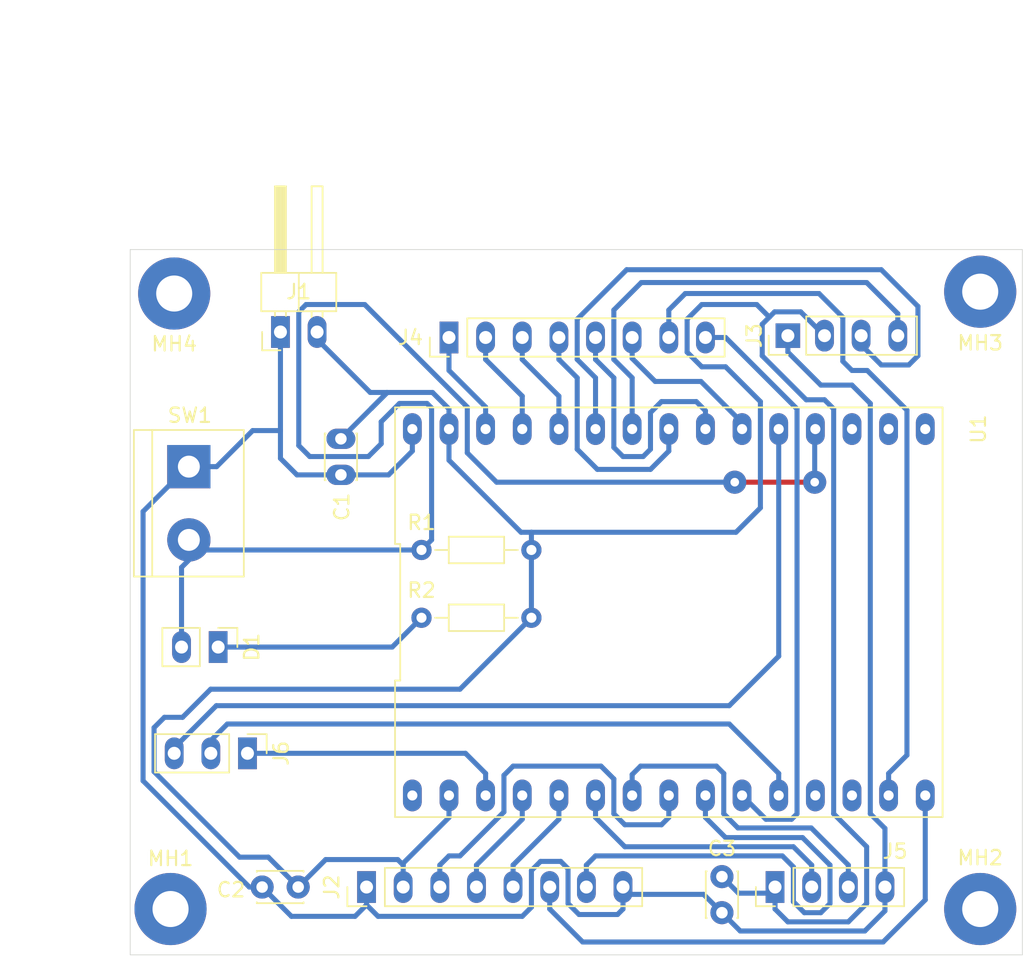
<source format=kicad_pcb>
(kicad_pcb (version 20171130) (host pcbnew "(5.1.10)-1")

  (general
    (thickness 1.6)
    (drawings 16)
    (tracks 265)
    (zones 0)
    (modules 18)
    (nets 31)
  )

  (page A4)
  (layers
    (0 F.Cu signal)
    (31 B.Cu signal)
    (32 B.Adhes user)
    (33 F.Adhes user)
    (34 B.Paste user)
    (35 F.Paste user)
    (36 B.SilkS user)
    (37 F.SilkS user)
    (38 B.Mask user)
    (39 F.Mask user)
    (40 Dwgs.User user)
    (41 Cmts.User user)
    (42 Eco1.User user)
    (43 Eco2.User user)
    (44 Edge.Cuts user)
    (45 Margin user)
    (46 B.CrtYd user)
    (47 F.CrtYd user)
    (48 B.Fab user)
    (49 F.Fab user)
  )

  (setup
    (last_trace_width 0.35)
    (trace_clearance 0.25)
    (zone_clearance 0.508)
    (zone_45_only no)
    (trace_min 0.3)
    (via_size 1.6)
    (via_drill 0.6)
    (via_min_size 0.4)
    (via_min_drill 0.3)
    (uvia_size 0.3)
    (uvia_drill 0.1)
    (uvias_allowed no)
    (uvia_min_size 0.2)
    (uvia_min_drill 0.1)
    (edge_width 0.05)
    (segment_width 0.2)
    (pcb_text_width 0.3)
    (pcb_text_size 1.5 1.5)
    (mod_edge_width 0.12)
    (mod_text_size 1 1)
    (mod_text_width 0.15)
    (pad_size 1.4 2)
    (pad_drill 0.8)
    (pad_to_mask_clearance 0)
    (aux_axis_origin 112.903 121.0945)
    (visible_elements 7FFFFFFF)
    (pcbplotparams
      (layerselection 0x21020_fffffffe)
      (usegerberextensions false)
      (usegerberattributes true)
      (usegerberadvancedattributes true)
      (creategerberjobfile true)
      (excludeedgelayer true)
      (linewidth 0.100000)
      (plotframeref false)
      (viasonmask false)
      (mode 1)
      (useauxorigin true)
      (hpglpennumber 1)
      (hpglpenspeed 20)
      (hpglpendiameter 15.000000)
      (psnegative false)
      (psa4output false)
      (plotreference true)
      (plotvalue true)
      (plotinvisibletext false)
      (padsonsilk false)
      (subtractmaskfromsilk false)
      (outputformat 1)
      (mirror false)
      (drillshape 0)
      (scaleselection 1)
      (outputdirectory ""))
  )

  (net 0 "")
  (net 1 SW_Start)
  (net 2 "Net-(D1-Pad1)")
  (net 3 GND)
  (net 4 +5VA)
  (net 5 SCK)
  (net 6 SDA)
  (net 7 A0)
  (net 8 RST)
  (net 9 CS)
  (net 10 STOP)
  (net 11 START)
  (net 12 COL4)
  (net 13 COL3)
  (net 14 COL2)
  (net 15 COL1)
  (net 16 ROW4)
  (net 17 ROW3)
  (net 18 ROW2)
  (net 19 ROW1)
  (net 20 TX)
  (net 21 RX)
  (net 22 EXT_D35)
  (net 23 EXT_D21)
  (net 24 EXT_D15)
  (net 25 "Net-(U1-Pad16)")
  (net 26 "Net-(U1-Pad17)")
  (net 27 "Net-(U1-Pad13)")
  (net 28 "Net-(U1-Pad18)")
  (net 29 "Net-(U1-Pad12)")
  (net 30 "Net-(U1-Pad1)")

  (net_class Default "This is the default net class."
    (clearance 0.25)
    (trace_width 0.35)
    (via_dia 1.6)
    (via_drill 0.6)
    (uvia_dia 0.3)
    (uvia_drill 0.1)
    (diff_pair_width 0.3)
    (diff_pair_gap 0.25)
    (add_net +5VA)
    (add_net A0)
    (add_net COL1)
    (add_net COL2)
    (add_net COL3)
    (add_net COL4)
    (add_net CS)
    (add_net EXT_D15)
    (add_net EXT_D21)
    (add_net EXT_D35)
    (add_net GND)
    (add_net "Net-(D1-Pad1)")
    (add_net "Net-(U1-Pad1)")
    (add_net "Net-(U1-Pad12)")
    (add_net "Net-(U1-Pad13)")
    (add_net "Net-(U1-Pad16)")
    (add_net "Net-(U1-Pad17)")
    (add_net "Net-(U1-Pad18)")
    (add_net ROW1)
    (add_net ROW2)
    (add_net ROW3)
    (add_net ROW4)
    (add_net RST)
    (add_net RX)
    (add_net SCK)
    (add_net SDA)
    (add_net START)
    (add_net STOP)
    (add_net SW_Start)
    (add_net TX)
  )

  (module Capacitor_THT:C_Disc_D3.0mm_W2.0mm_P2.50mm (layer F.Cu) (tedit 5AE50EF0) (tstamp 6132FF2A)
    (at 154.305 117.729 90)
    (descr "C, Disc series, Radial, pin pitch=2.50mm, , diameter*width=3*2mm^2, Capacitor")
    (tags "C Disc series Radial pin pitch 2.50mm  diameter 3mm width 2mm Capacitor")
    (path /6136F286)
    (fp_text reference C3 (at 4.445 0 180) (layer F.SilkS)
      (effects (font (size 1 1) (thickness 0.15)))
    )
    (fp_text value 1uF (at 0.8255 -2.032 90) (layer F.Fab)
      (effects (font (size 1 1) (thickness 0.15)))
    )
    (fp_line (start 3.55 -1.25) (end -1.05 -1.25) (layer F.CrtYd) (width 0.05))
    (fp_line (start 3.55 1.25) (end 3.55 -1.25) (layer F.CrtYd) (width 0.05))
    (fp_line (start -1.05 1.25) (end 3.55 1.25) (layer F.CrtYd) (width 0.05))
    (fp_line (start -1.05 -1.25) (end -1.05 1.25) (layer F.CrtYd) (width 0.05))
    (fp_line (start 2.87 1.055) (end 2.87 1.12) (layer F.SilkS) (width 0.12))
    (fp_line (start 2.87 -1.12) (end 2.87 -1.055) (layer F.SilkS) (width 0.12))
    (fp_line (start -0.37 1.055) (end -0.37 1.12) (layer F.SilkS) (width 0.12))
    (fp_line (start -0.37 -1.12) (end -0.37 -1.055) (layer F.SilkS) (width 0.12))
    (fp_line (start -0.37 1.12) (end 2.87 1.12) (layer F.SilkS) (width 0.12))
    (fp_line (start -0.37 -1.12) (end 2.87 -1.12) (layer F.SilkS) (width 0.12))
    (fp_line (start 2.75 -1) (end -0.25 -1) (layer F.Fab) (width 0.1))
    (fp_line (start 2.75 1) (end 2.75 -1) (layer F.Fab) (width 0.1))
    (fp_line (start -0.25 1) (end 2.75 1) (layer F.Fab) (width 0.1))
    (fp_line (start -0.25 -1) (end -0.25 1) (layer F.Fab) (width 0.1))
    (fp_text user %R (at 4.445 0 180) (layer F.Fab)
      (effects (font (size 1 1) (thickness 0.15)))
    )
    (pad 2 thru_hole circle (at 2.5 0 90) (size 1.6 1.6) (drill 0.8) (layers *.Cu *.Mask)
      (net 3 GND))
    (pad 1 thru_hole circle (at 0 0 90) (size 1.6 1.6) (drill 0.8) (layers *.Cu *.Mask)
      (net 4 +5VA))
    (model ${KISYS3DMOD}/Capacitor_THT.3dshapes/C_Disc_D3.0mm_W2.0mm_P2.50mm.wrl
      (at (xyz 0 0 0))
      (scale (xyz 1 1 1))
      (rotate (xyz 0 0 0))
    )
  )

  (module Capacitor_THT:C_Disc_D3.0mm_W2.0mm_P2.50mm (layer F.Cu) (tedit 5AE50EF0) (tstamp 6132FE81)
    (at 122.428 115.951)
    (descr "C, Disc series, Radial, pin pitch=2.50mm, , diameter*width=3*2mm^2, Capacitor")
    (tags "C Disc series Radial pin pitch 2.50mm  diameter 3mm width 2mm Capacitor")
    (path /613477AB)
    (fp_text reference C2 (at -2.159 0.1905) (layer F.SilkS)
      (effects (font (size 1 1) (thickness 0.15)))
    )
    (fp_text value 1uF (at 1.27 -2.0955) (layer F.Fab)
      (effects (font (size 1 1) (thickness 0.15)))
    )
    (fp_line (start 3.55 -1.25) (end -1.05 -1.25) (layer F.CrtYd) (width 0.05))
    (fp_line (start 3.55 1.25) (end 3.55 -1.25) (layer F.CrtYd) (width 0.05))
    (fp_line (start -1.05 1.25) (end 3.55 1.25) (layer F.CrtYd) (width 0.05))
    (fp_line (start -1.05 -1.25) (end -1.05 1.25) (layer F.CrtYd) (width 0.05))
    (fp_line (start 2.87 1.055) (end 2.87 1.12) (layer F.SilkS) (width 0.12))
    (fp_line (start 2.87 -1.12) (end 2.87 -1.055) (layer F.SilkS) (width 0.12))
    (fp_line (start -0.37 1.055) (end -0.37 1.12) (layer F.SilkS) (width 0.12))
    (fp_line (start -0.37 -1.12) (end -0.37 -1.055) (layer F.SilkS) (width 0.12))
    (fp_line (start -0.37 1.12) (end 2.87 1.12) (layer F.SilkS) (width 0.12))
    (fp_line (start -0.37 -1.12) (end 2.87 -1.12) (layer F.SilkS) (width 0.12))
    (fp_line (start 2.75 -1) (end -0.25 -1) (layer F.Fab) (width 0.1))
    (fp_line (start 2.75 1) (end 2.75 -1) (layer F.Fab) (width 0.1))
    (fp_line (start -0.25 1) (end 2.75 1) (layer F.Fab) (width 0.1))
    (fp_line (start -0.25 -1) (end -0.25 1) (layer F.Fab) (width 0.1))
    (fp_text user %R (at -2.159 0.1905) (layer F.Fab)
      (effects (font (size 1 1) (thickness 0.15)))
    )
    (pad 2 thru_hole circle (at 2.5 0) (size 1.6 1.6) (drill 0.8) (layers *.Cu *.Mask)
      (net 3 GND))
    (pad 1 thru_hole circle (at 0 0) (size 1.6 1.6) (drill 0.8) (layers *.Cu *.Mask)
      (net 4 +5VA))
    (model ${KISYS3DMOD}/Capacitor_THT.3dshapes/C_Disc_D3.0mm_W2.0mm_P2.50mm.wrl
      (at (xyz 0 0 0))
      (scale (xyz 1 1 1))
      (rotate (xyz 0 0 0))
    )
  )

  (module Capacitor_THT:C_Disc_D3.0mm_W2.0mm_P2.50mm (layer F.Cu) (tedit 61393DA2) (tstamp 613315FF)
    (at 127.889 87.376 90)
    (descr "C, Disc series, Radial, pin pitch=2.50mm, , diameter*width=3*2mm^2, Capacitor")
    (tags "C Disc series Radial pin pitch 2.50mm  diameter 3mm width 2mm Capacitor")
    (path /61332822)
    (fp_text reference C1 (at -2.2225 0.0635 90) (layer F.SilkS)
      (effects (font (size 1 1) (thickness 0.15)))
    )
    (fp_text value 1uF (at 1.016 -1.9685 90) (layer F.Fab)
      (effects (font (size 1 1) (thickness 0.15)))
    )
    (fp_line (start 3.55 -1.25) (end -1.05 -1.25) (layer F.CrtYd) (width 0.05))
    (fp_line (start 3.55 1.25) (end 3.55 -1.25) (layer F.CrtYd) (width 0.05))
    (fp_line (start -1.05 1.25) (end 3.55 1.25) (layer F.CrtYd) (width 0.05))
    (fp_line (start -1.05 -1.25) (end -1.05 1.25) (layer F.CrtYd) (width 0.05))
    (fp_line (start 2.87 1.055) (end 2.87 1.12) (layer F.SilkS) (width 0.12))
    (fp_line (start 2.87 -1.12) (end 2.87 -1.055) (layer F.SilkS) (width 0.12))
    (fp_line (start -0.37 1.055) (end -0.37 1.12) (layer F.SilkS) (width 0.12))
    (fp_line (start -0.37 -1.12) (end -0.37 -1.055) (layer F.SilkS) (width 0.12))
    (fp_line (start -0.37 1.12) (end 2.87 1.12) (layer F.SilkS) (width 0.12))
    (fp_line (start -0.37 -1.12) (end 2.87 -1.12) (layer F.SilkS) (width 0.12))
    (fp_line (start 2.75 -1) (end -0.25 -1) (layer F.Fab) (width 0.1))
    (fp_line (start 2.75 1) (end 2.75 -1) (layer F.Fab) (width 0.1))
    (fp_line (start -0.25 1) (end 2.75 1) (layer F.Fab) (width 0.1))
    (fp_line (start -0.25 -1) (end -0.25 1) (layer F.Fab) (width 0.1))
    (fp_text user %R (at -2.2225 0.0635 90) (layer F.Fab)
      (effects (font (size 1 1) (thickness 0.15)))
    )
    (pad 2 thru_hole oval (at 2.5 0 90) (size 1.4 2) (drill 0.8) (layers *.Cu *.Mask)
      (net 3 GND))
    (pad 1 thru_hole oval (at 0 0 90) (size 1.4 2) (drill 0.8) (layers *.Cu *.Mask)
      (net 4 +5VA))
    (model ${KISYS3DMOD}/Capacitor_THT.3dshapes/C_Disc_D3.0mm_W2.0mm_P2.50mm.wrl
      (at (xyz 0 0 0))
      (scale (xyz 1 1 1))
      (rotate (xyz 0 0 0))
    )
  )

  (module MountingHole:MountingHole_2.5mm_Pad (layer F.Cu) (tedit 56D1B4CB) (tstamp 61318D48)
    (at 172.212 74.676)
    (descr "Mounting Hole 2.5mm")
    (tags "mounting hole 2.5mm")
    (attr virtual)
    (fp_text reference MH3 (at 0 3.556) (layer F.SilkS)
      (effects (font (size 1 1) (thickness 0.15)))
    )
    (fp_text value MH3 (at 0 3.556) (layer F.Fab)
      (effects (font (size 1 1) (thickness 0.15)))
    )
    (fp_circle (center 0 0) (end 2.5 0) (layer Cmts.User) (width 0.15))
    (fp_circle (center 0 0) (end 2.75 0) (layer F.CrtYd) (width 0.05))
    (fp_text user %R (at 0 3.556) (layer F.Fab)
      (effects (font (size 1 1) (thickness 0.15)))
    )
    (pad 1 thru_hole circle (at 0 0) (size 5 5) (drill 2.5) (layers *.Cu *.Mask))
  )

  (module MountingHole:MountingHole_2.5mm_Pad (layer F.Cu) (tedit 56D1B4CB) (tstamp 61318CD0)
    (at 116.332 74.803)
    (descr "Mounting Hole 2.5mm")
    (tags "mounting hole 2.5mm")
    (attr virtual)
    (fp_text reference MH4 (at 0 3.4925) (layer F.SilkS)
      (effects (font (size 1 1) (thickness 0.15)))
    )
    (fp_text value MH4 (at 0 3.5) (layer F.Fab)
      (effects (font (size 1 1) (thickness 0.15)))
    )
    (fp_circle (center 0 0) (end 2.75 0) (layer F.CrtYd) (width 0.05))
    (fp_circle (center 0 0) (end 2.5 0) (layer Cmts.User) (width 0.15))
    (fp_text user %R (at 0 3.556) (layer F.Fab)
      (effects (font (size 1 1) (thickness 0.15)))
    )
    (pad 1 thru_hole circle (at 0 0) (size 5 5) (drill 2.5) (layers *.Cu *.Mask))
  )

  (module MountingHole:MountingHole_2.5mm_Pad (layer F.Cu) (tedit 56D1B4CB) (tstamp 61318C71)
    (at 172.212 117.475)
    (descr "Mounting Hole 2.5mm")
    (tags "mounting hole 2.5mm")
    (attr virtual)
    (fp_text reference MH2 (at 0 -3.556) (layer F.SilkS)
      (effects (font (size 1 1) (thickness 0.15)))
    )
    (fp_text value MH2 (at 0 -3.556) (layer F.Fab)
      (effects (font (size 1 1) (thickness 0.15)))
    )
    (fp_circle (center 0 0) (end 2.75 0) (layer F.CrtYd) (width 0.05))
    (fp_circle (center 0 0) (end 2.5 0) (layer Cmts.User) (width 0.15))
    (fp_text user %R (at 0 -3.556) (layer F.Fab)
      (effects (font (size 1 1) (thickness 0.15)))
    )
    (pad 1 thru_hole circle (at 0 0) (size 5 5) (drill 2.5) (layers *.Cu *.Mask))
  )

  (module MountingHole:MountingHole_2.5mm_Pad (layer F.Cu) (tedit 56D1B4CB) (tstamp 61318C61)
    (at 116.078 117.475)
    (descr "Mounting Hole 2.5mm")
    (tags "mounting hole 2.5mm")
    (attr virtual)
    (fp_text reference MH1 (at 0 -3.5) (layer F.SilkS)
      (effects (font (size 1 1) (thickness 0.15)))
    )
    (fp_text value MH1 (at 0 -3.4925) (layer F.Fab)
      (effects (font (size 1 1) (thickness 0.15)))
    )
    (fp_circle (center 0 0) (end 2.5 0) (layer Cmts.User) (width 0.15))
    (fp_circle (center 0 0) (end 2.75 0) (layer F.CrtYd) (width 0.05))
    (fp_text user %R (at 0 -3.429) (layer F.Fab)
      (effects (font (size 1 1) (thickness 0.15)))
    )
    (pad 1 thru_hole circle (at 0 0) (size 5 5) (drill 2.5) (layers *.Cu *.Mask))
  )

  (module RF_WiFi:ESP32DevKitV1 (layer F.Cu) (tedit 61392D63) (tstamp 6132ECE1)
    (at 150.622 96.901)
    (path /61314929)
    (fp_text reference U1 (at 21.463 -12.7 90) (layer F.SilkS)
      (effects (font (size 1 1) (thickness 0.15)))
    )
    (fp_text value ESP32DevKitV1 (at 21.5265 -4.6355 90) (layer F.Fab)
      (effects (font (size 1 1) (thickness 0.15)))
    )
    (fp_line (start -18.73 13.95) (end -18.73 -13.95) (layer F.CrtYd) (width 0.05))
    (fp_line (start 18.73 13.95) (end -18.73 13.95) (layer F.CrtYd) (width 0.05))
    (fp_line (start 18.73 -13.95) (end 18.73 13.95) (layer F.CrtYd) (width 0.05))
    (fp_line (start -18.73 -13.95) (end 18.73 -13.95) (layer F.CrtYd) (width 0.05))
    (fp_line (start -18.98 4.733333) (end -18.98 14.199999) (layer F.SilkS) (width 0.12))
    (fp_line (start -18.62 4.733333) (end -18.98 4.733333) (layer F.SilkS) (width 0.12))
    (fp_line (start -18.62 -4.733333) (end -18.62 4.733333) (layer F.SilkS) (width 0.12))
    (fp_line (start -18.98 -4.733333) (end -18.62 -4.733333) (layer F.SilkS) (width 0.12))
    (fp_line (start -18.98 -14.2) (end -18.98 -4.733333) (layer F.SilkS) (width 0.12))
    (fp_line (start 18.98 -14.199999) (end -18.98 -14.2) (layer F.SilkS) (width 0.12))
    (fp_line (start 18.98 14.2) (end 18.98 -14.199999) (layer F.SilkS) (width 0.12))
    (fp_line (start -18.98 14.199999) (end 18.98 14.2) (layer F.SilkS) (width 0.12))
    (pad 15 thru_hole oval (at 17.78 12.7) (size 1.3 2.2) (drill 0.7) (layers *.Cu *.Mask)
      (net 6 SDA))
    (pad 16 thru_hole oval (at 17.78 -12.7) (size 1.3 2.2) (drill 0.7) (layers *.Cu *.Mask)
      (net 25 "Net-(U1-Pad16)"))
    (pad 14 thru_hole oval (at 15.24 12.7) (size 1.3 2.2) (drill 0.7) (layers *.Cu *.Mask)
      (net 13 COL3))
    (pad 17 thru_hole oval (at 15.24 -12.7) (size 1.3 2.2) (drill 0.7) (layers *.Cu *.Mask)
      (net 26 "Net-(U1-Pad17)"))
    (pad 13 thru_hole oval (at 12.7 12.7) (size 1.3 2.2) (drill 0.7) (layers *.Cu *.Mask)
      (net 27 "Net-(U1-Pad13)"))
    (pad 18 thru_hole oval (at 12.7 -12.7) (size 1.3 2.2) (drill 0.7) (layers *.Cu *.Mask)
      (net 28 "Net-(U1-Pad18)"))
    (pad 12 thru_hole oval (at 10.16 12.7) (size 1.3 2.2) (drill 0.7) (layers *.Cu *.Mask)
      (net 29 "Net-(U1-Pad12)"))
    (pad 19 thru_hole oval (at 10.16 -12.7) (size 1.3 2.2) (drill 0.7) (layers *.Cu *.Mask)
      (net 1 SW_Start))
    (pad 11 thru_hole oval (at 7.62 12.7) (size 1.3 2.2) (drill 0.7) (layers *.Cu *.Mask)
      (net 23 EXT_D21))
    (pad 20 thru_hole oval (at 7.62 -12.7) (size 1.3 2.2) (drill 0.7) (layers *.Cu *.Mask)
      (net 22 EXT_D35))
    (pad 10 thru_hole oval (at 5.08 12.7) (size 1.3 2.2) (drill 0.7) (layers *.Cu *.Mask)
      (net 12 COL4))
    (pad 21 thru_hole oval (at 5.08 -12.7) (size 1.3 2.2) (drill 0.7) (layers *.Cu *.Mask)
      (net 14 COL2))
    (pad 9 thru_hole oval (at 2.54 12.7) (size 1.3 2.2) (drill 0.7) (layers *.Cu *.Mask)
      (net 5 SCK))
    (pad 22 thru_hole oval (at 2.54 -12.7) (size 1.3 2.2) (drill 0.7) (layers *.Cu *.Mask)
      (net 15 COL1))
    (pad 8 thru_hole oval (at 0 12.7) (size 1.3 2.2) (drill 0.7) (layers *.Cu *.Mask)
      (net 9 CS))
    (pad 23 thru_hole oval (at 0 -12.7) (size 1.3 2.2) (drill 0.7) (layers *.Cu *.Mask)
      (net 16 ROW4))
    (pad 7 thru_hole oval (at -2.54 12.7) (size 1.3 2.2) (drill 0.7) (layers *.Cu *.Mask)
      (net 20 TX))
    (pad 24 thru_hole oval (at -2.54 -12.7) (size 1.3 2.2) (drill 0.7) (layers *.Cu *.Mask)
      (net 10 STOP))
    (pad 6 thru_hole oval (at -5.08 12.7) (size 1.3 2.2) (drill 0.7) (layers *.Cu *.Mask)
      (net 21 RX))
    (pad 25 thru_hole oval (at -5.08 -12.7) (size 1.3 2.2) (drill 0.7) (layers *.Cu *.Mask)
      (net 11 START))
    (pad 5 thru_hole oval (at -7.62 12.7) (size 1.3 2.2) (drill 0.7) (layers *.Cu *.Mask)
      (net 7 A0))
    (pad 26 thru_hole oval (at -7.62 -12.7) (size 1.3 2.2) (drill 0.7) (layers *.Cu *.Mask)
      (net 17 ROW3))
    (pad 4 thru_hole oval (at -10.16 12.7) (size 1.3 2.2) (drill 0.7) (layers *.Cu *.Mask)
      (net 8 RST))
    (pad 27 thru_hole oval (at -10.16 -12.7) (size 1.3 2.2) (drill 0.7) (layers *.Cu *.Mask)
      (net 18 ROW2))
    (pad 3 thru_hole oval (at -12.7 12.7) (size 1.3 2.2) (drill 0.7) (layers *.Cu *.Mask)
      (net 24 EXT_D15))
    (pad 28 thru_hole oval (at -12.7 -12.7) (size 1.3 2.2) (drill 0.7) (layers *.Cu *.Mask)
      (net 19 ROW1))
    (pad 2 thru_hole oval (at -15.24 12.7) (size 1.3 2.2) (drill 0.7) (layers *.Cu *.Mask)
      (net 3 GND))
    (pad 29 thru_hole oval (at -15.24 -12.7) (size 1.3 2.2) (drill 0.7) (layers *.Cu *.Mask)
      (net 3 GND))
    (pad 1 thru_hole oval (at -17.78 12.7) (size 1.3 2.2) (drill 0.7) (layers *.Cu *.Mask)
      (net 30 "Net-(U1-Pad1)"))
    (pad 30 thru_hole oval (at -17.78 -12.7) (size 1.3 2.2) (drill 0.7) (layers *.Cu *.Mask)
      (net 4 +5VA))
  )

  (module TerminalBlock:TerminalBlock_bornier-2_P5.08mm (layer F.Cu) (tedit 59FF03AB) (tstamp 61317FF7)
    (at 117.348 86.8045 270)
    (descr "simple 2-pin terminal block, pitch 5.08mm, revamped version of bornier2")
    (tags "terminal block bornier2")
    (path /6137EFC9)
    (fp_text reference SW1 (at -3.556 -0.0635 180) (layer F.SilkS)
      (effects (font (size 1 1) (thickness 0.15)))
    )
    (fp_text value Start_Button (at 2.3495 -5.334 270) (layer F.Fab)
      (effects (font (size 1 1) (thickness 0.15)))
    )
    (fp_line (start -2.41 2.55) (end 7.49 2.55) (layer F.Fab) (width 0.1))
    (fp_line (start -2.46 -3.75) (end -2.46 3.75) (layer F.Fab) (width 0.1))
    (fp_line (start -2.46 3.75) (end 7.54 3.75) (layer F.Fab) (width 0.1))
    (fp_line (start 7.54 3.75) (end 7.54 -3.75) (layer F.Fab) (width 0.1))
    (fp_line (start 7.54 -3.75) (end -2.46 -3.75) (layer F.Fab) (width 0.1))
    (fp_line (start 7.62 2.54) (end -2.54 2.54) (layer F.SilkS) (width 0.12))
    (fp_line (start 7.62 3.81) (end 7.62 -3.81) (layer F.SilkS) (width 0.12))
    (fp_line (start 7.62 -3.81) (end -2.54 -3.81) (layer F.SilkS) (width 0.12))
    (fp_line (start -2.54 -3.81) (end -2.54 3.81) (layer F.SilkS) (width 0.12))
    (fp_line (start -2.54 3.81) (end 7.62 3.81) (layer F.SilkS) (width 0.12))
    (fp_line (start -2.71 -4) (end 7.79 -4) (layer F.CrtYd) (width 0.05))
    (fp_line (start -2.71 -4) (end -2.71 4) (layer F.CrtYd) (width 0.05))
    (fp_line (start 7.79 4) (end 7.79 -4) (layer F.CrtYd) (width 0.05))
    (fp_line (start 7.79 4) (end -2.71 4) (layer F.CrtYd) (width 0.05))
    (fp_text user %R (at -3.556 -0.0635 180) (layer F.Fab)
      (effects (font (size 1 1) (thickness 0.15)))
    )
    (pad 2 thru_hole circle (at 5.08 0 270) (size 3 3) (drill 1.52) (layers *.Cu *.Mask)
      (net 1 SW_Start))
    (pad 1 thru_hole rect (at 0 0 270) (size 3 3) (drill 1.52) (layers *.Cu *.Mask)
      (net 4 +5VA))
    (model ${KISYS3DMOD}/TerminalBlock.3dshapes/TerminalBlock_bornier-2_P5.08mm.wrl
      (offset (xyz 2.539999961853027 0 0))
      (scale (xyz 1 1 1))
      (rotate (xyz 0 0 0))
    )
  )

  (module Resistor_THT:R_Axial_DIN0204_L3.6mm_D1.6mm_P7.62mm_Horizontal (layer F.Cu) (tedit 5AE5139B) (tstamp 61317165)
    (at 133.477 97.282)
    (descr "Resistor, Axial_DIN0204 series, Axial, Horizontal, pin pitch=7.62mm, 0.167W, length*diameter=3.6*1.6mm^2, http://cdn-reichelt.de/documents/datenblatt/B400/1_4W%23YAG.pdf")
    (tags "Resistor Axial_DIN0204 series Axial Horizontal pin pitch 7.62mm 0.167W length 3.6mm diameter 1.6mm")
    (path /61389A68)
    (fp_text reference R2 (at 0 -1.905) (layer F.SilkS)
      (effects (font (size 1 1) (thickness 0.15)))
    )
    (fp_text value 330 (at 3.81 -1.778) (layer F.Fab)
      (effects (font (size 1 1) (thickness 0.15)))
    )
    (fp_line (start 2.01 -0.8) (end 2.01 0.8) (layer F.Fab) (width 0.1))
    (fp_line (start 2.01 0.8) (end 5.61 0.8) (layer F.Fab) (width 0.1))
    (fp_line (start 5.61 0.8) (end 5.61 -0.8) (layer F.Fab) (width 0.1))
    (fp_line (start 5.61 -0.8) (end 2.01 -0.8) (layer F.Fab) (width 0.1))
    (fp_line (start 0 0) (end 2.01 0) (layer F.Fab) (width 0.1))
    (fp_line (start 7.62 0) (end 5.61 0) (layer F.Fab) (width 0.1))
    (fp_line (start 1.89 -0.92) (end 1.89 0.92) (layer F.SilkS) (width 0.12))
    (fp_line (start 1.89 0.92) (end 5.73 0.92) (layer F.SilkS) (width 0.12))
    (fp_line (start 5.73 0.92) (end 5.73 -0.92) (layer F.SilkS) (width 0.12))
    (fp_line (start 5.73 -0.92) (end 1.89 -0.92) (layer F.SilkS) (width 0.12))
    (fp_line (start 0.94 0) (end 1.89 0) (layer F.SilkS) (width 0.12))
    (fp_line (start 6.68 0) (end 5.73 0) (layer F.SilkS) (width 0.12))
    (fp_line (start -0.95 -1.05) (end -0.95 1.05) (layer F.CrtYd) (width 0.05))
    (fp_line (start -0.95 1.05) (end 8.57 1.05) (layer F.CrtYd) (width 0.05))
    (fp_line (start 8.57 1.05) (end 8.57 -1.05) (layer F.CrtYd) (width 0.05))
    (fp_line (start 8.57 -1.05) (end -0.95 -1.05) (layer F.CrtYd) (width 0.05))
    (fp_text user %R (at 3.937 0) (layer F.Fab)
      (effects (font (size 0.72 0.72) (thickness 0.108)))
    )
    (pad 2 thru_hole oval (at 7.62 0) (size 1.4 1.4) (drill 0.7) (layers *.Cu *.Mask)
      (net 3 GND))
    (pad 1 thru_hole circle (at 0 0) (size 1.4 1.4) (drill 0.7) (layers *.Cu *.Mask)
      (net 2 "Net-(D1-Pad1)"))
    (model ${KISYS3DMOD}/Resistor_THT.3dshapes/R_Axial_DIN0204_L3.6mm_D1.6mm_P7.62mm_Horizontal.wrl
      (at (xyz 0 0 0))
      (scale (xyz 1 1 1))
      (rotate (xyz 0 0 0))
    )
  )

  (module Resistor_THT:R_Axial_DIN0204_L3.6mm_D1.6mm_P7.62mm_Horizontal (layer F.Cu) (tedit 61315947) (tstamp 613182A6)
    (at 133.477 92.583)
    (descr "Resistor, Axial_DIN0204 series, Axial, Horizontal, pin pitch=7.62mm, 0.167W, length*diameter=3.6*1.6mm^2, http://cdn-reichelt.de/documents/datenblatt/B400/1_4W%23YAG.pdf")
    (tags "Resistor Axial_DIN0204 series Axial Horizontal pin pitch 7.62mm 0.167W length 3.6mm diameter 1.6mm")
    (path /613833A1)
    (fp_text reference R1 (at 0 -1.905) (layer F.SilkS)
      (effects (font (size 1 1) (thickness 0.15)))
    )
    (fp_text value 1k (at 3.81 -1.905) (layer F.Fab)
      (effects (font (size 1 1) (thickness 0.15)))
    )
    (fp_line (start 2.01 -0.8) (end 2.01 0.8) (layer F.Fab) (width 0.1))
    (fp_line (start 2.01 0.8) (end 5.61 0.8) (layer F.Fab) (width 0.1))
    (fp_line (start 5.61 0.8) (end 5.61 -0.8) (layer F.Fab) (width 0.1))
    (fp_line (start 5.61 -0.8) (end 2.01 -0.8) (layer F.Fab) (width 0.1))
    (fp_line (start 0 0) (end 2.01 0) (layer F.Fab) (width 0.1))
    (fp_line (start 7.62 0) (end 5.61 0) (layer F.Fab) (width 0.1))
    (fp_line (start 1.89 -0.92) (end 1.89 0.92) (layer F.SilkS) (width 0.12))
    (fp_line (start 1.89 0.92) (end 5.73 0.92) (layer F.SilkS) (width 0.12))
    (fp_line (start 5.73 0.92) (end 5.73 -0.92) (layer F.SilkS) (width 0.12))
    (fp_line (start 5.73 -0.92) (end 1.89 -0.92) (layer F.SilkS) (width 0.12))
    (fp_line (start 0.94 0) (end 1.89 0) (layer F.SilkS) (width 0.12))
    (fp_line (start 6.68 0) (end 5.73 0) (layer F.SilkS) (width 0.12))
    (fp_line (start -0.95 -1.05) (end -0.95 1.05) (layer F.CrtYd) (width 0.05))
    (fp_line (start -0.95 1.05) (end 8.57 1.05) (layer F.CrtYd) (width 0.05))
    (fp_line (start 8.57 1.05) (end 8.57 -1.05) (layer F.CrtYd) (width 0.05))
    (fp_line (start 8.57 -1.05) (end -0.95 -1.05) (layer F.CrtYd) (width 0.05))
    (fp_text user %R (at 3.81 0) (layer F.Fab)
      (effects (font (size 0.72 0.72) (thickness 0.108)))
    )
    (pad 2 thru_hole oval (at 7.62 0) (size 1.4 1.4) (drill 0.7) (layers *.Cu *.Mask)
      (net 3 GND))
    (pad 1 thru_hole circle (at 0 0) (size 1.4 1.4) (drill 0.7) (layers *.Cu *.Mask)
      (net 1 SW_Start))
    (model ${KISYS3DMOD}/Resistor_THT.3dshapes/R_Axial_DIN0204_L3.6mm_D1.6mm_P7.62mm_Horizontal.wrl
      (at (xyz 0 0 0))
      (scale (xyz 1 1 1))
      (rotate (xyz 0 0 0))
    )
  )

  (module Connector_PinHeader_2.54mm:PinHeader_1x03_P2.54mm_Vertical (layer F.Cu) (tedit 61392EA0) (tstamp 6131781A)
    (at 121.412 106.68 270)
    (descr "Through hole straight pin header, 1x03, 2.54mm pitch, single row")
    (tags "Through hole pin header THT 1x03 2.54mm single row")
    (path /613AF68E)
    (fp_text reference J6 (at 0 -2.33 90) (layer F.SilkS)
      (effects (font (size 1 1) (thickness 0.15)))
    )
    (fp_text value "PTO Extra" (at -2.54 2.54) (layer F.Fab)
      (effects (font (size 1 1) (thickness 0.15)))
    )
    (fp_line (start -0.635 -1.27) (end 1.27 -1.27) (layer F.Fab) (width 0.1))
    (fp_line (start 1.27 -1.27) (end 1.27 6.35) (layer F.Fab) (width 0.1))
    (fp_line (start 1.27 6.35) (end -1.27 6.35) (layer F.Fab) (width 0.1))
    (fp_line (start -1.27 6.35) (end -1.27 -0.635) (layer F.Fab) (width 0.1))
    (fp_line (start -1.27 -0.635) (end -0.635 -1.27) (layer F.Fab) (width 0.1))
    (fp_line (start -1.33 6.41) (end 1.33 6.41) (layer F.SilkS) (width 0.12))
    (fp_line (start -1.33 1.27) (end -1.33 6.41) (layer F.SilkS) (width 0.12))
    (fp_line (start 1.33 1.27) (end 1.33 6.41) (layer F.SilkS) (width 0.12))
    (fp_line (start -1.33 1.27) (end 1.33 1.27) (layer F.SilkS) (width 0.12))
    (fp_line (start -1.33 0) (end -1.33 -1.33) (layer F.SilkS) (width 0.12))
    (fp_line (start -1.33 -1.33) (end 0 -1.33) (layer F.SilkS) (width 0.12))
    (fp_line (start -1.8 -1.8) (end -1.8 6.85) (layer F.CrtYd) (width 0.05))
    (fp_line (start -1.8 6.85) (end 1.8 6.85) (layer F.CrtYd) (width 0.05))
    (fp_line (start 1.8 6.85) (end 1.8 -1.8) (layer F.CrtYd) (width 0.05))
    (fp_line (start 1.8 -1.8) (end -1.8 -1.8) (layer F.CrtYd) (width 0.05))
    (fp_text user %R (at 0 -2.3495 270) (layer F.Fab)
      (effects (font (size 1 1) (thickness 0.15)))
    )
    (pad 3 thru_hole oval (at 0 5.08 270) (size 2.2 1.3) (drill 0.9) (layers *.Cu *.Mask)
      (net 22 EXT_D35))
    (pad 2 thru_hole oval (at 0 2.54 270) (size 2.2 1.3) (drill 0.9) (layers *.Cu *.Mask)
      (net 23 EXT_D21))
    (pad 1 thru_hole rect (at 0 0 270) (size 2.2 1.3) (drill 0.9) (layers *.Cu *.Mask)
      (net 24 EXT_D15))
    (model ${KISYS3DMOD}/Connector_PinHeader_2.54mm.3dshapes/PinHeader_1x03_P2.54mm_Vertical.wrl
      (at (xyz 0 0 0))
      (scale (xyz 1 1 1))
      (rotate (xyz 0 0 0))
    )
  )

  (module Connector_PinHeader_2.54mm:PinHeader_1x04_P2.54mm_Vertical (layer F.Cu) (tedit 61392E03) (tstamp 61317120)
    (at 157.988 115.951 90)
    (descr "Through hole straight pin header, 1x04, 2.54mm pitch, single row")
    (tags "Through hole pin header THT 1x04 2.54mm single row")
    (path /6135E9D0)
    (fp_text reference J5 (at 2.4765 8.3185 180) (layer F.SilkS)
      (effects (font (size 1 1) (thickness 0.15)))
    )
    (fp_text value RS232 (at 2.54 3.8735 180) (layer F.Fab)
      (effects (font (size 1 1) (thickness 0.15)))
    )
    (fp_line (start -0.635 -1.27) (end 1.27 -1.27) (layer F.Fab) (width 0.1))
    (fp_line (start 1.27 -1.27) (end 1.27 8.89) (layer F.Fab) (width 0.1))
    (fp_line (start 1.27 8.89) (end -1.27 8.89) (layer F.Fab) (width 0.1))
    (fp_line (start -1.27 8.89) (end -1.27 -0.635) (layer F.Fab) (width 0.1))
    (fp_line (start -1.27 -0.635) (end -0.635 -1.27) (layer F.Fab) (width 0.1))
    (fp_line (start -1.33 8.95) (end 1.33 8.95) (layer F.SilkS) (width 0.12))
    (fp_line (start -1.33 1.27) (end -1.33 8.95) (layer F.SilkS) (width 0.12))
    (fp_line (start 1.33 1.27) (end 1.33 8.95) (layer F.SilkS) (width 0.12))
    (fp_line (start -1.33 1.27) (end 1.33 1.27) (layer F.SilkS) (width 0.12))
    (fp_line (start -1.33 0) (end -1.33 -1.33) (layer F.SilkS) (width 0.12))
    (fp_line (start -1.33 -1.33) (end 0 -1.33) (layer F.SilkS) (width 0.12))
    (fp_line (start -1.8 -1.8) (end -1.8 9.4) (layer F.CrtYd) (width 0.05))
    (fp_line (start -1.8 9.4) (end 1.8 9.4) (layer F.CrtYd) (width 0.05))
    (fp_line (start 1.8 9.4) (end 1.8 -1.8) (layer F.CrtYd) (width 0.05))
    (fp_line (start 1.8 -1.8) (end -1.8 -1.8) (layer F.CrtYd) (width 0.05))
    (fp_text user %R (at 2.4765 8.3185 180) (layer F.Fab)
      (effects (font (size 1 1) (thickness 0.15)))
    )
    (pad 4 thru_hole oval (at 0 7.62 90) (size 2.2 1.3) (drill 0.9) (layers *.Cu *.Mask)
      (net 4 +5VA))
    (pad 3 thru_hole oval (at 0 5.08 90) (size 2.2 1.3) (drill 0.9) (layers *.Cu *.Mask)
      (net 20 TX))
    (pad 2 thru_hole oval (at 0 2.54 90) (size 2.2 1.3) (drill 0.9) (layers *.Cu *.Mask)
      (net 21 RX))
    (pad 1 thru_hole rect (at 0 0 90) (size 2.2 1.3) (drill 0.9) (layers *.Cu *.Mask)
      (net 3 GND))
    (model ${KISYS3DMOD}/Connector_PinHeader_2.54mm.3dshapes/PinHeader_1x04_P2.54mm_Vertical.wrl
      (at (xyz 0 0 0))
      (scale (xyz 1 1 1))
      (rotate (xyz 0 0 0))
    )
  )

  (module Connector_PinHeader_2.54mm:PinHeader_1x08_P2.54mm_Vertical (layer F.Cu) (tedit 6139321F) (tstamp 61317108)
    (at 135.382 77.851 90)
    (descr "Through hole straight pin header, 1x08, 2.54mm pitch, single row")
    (tags "Through hole pin header THT 1x08 2.54mm single row")
    (path /6130FB94)
    (fp_text reference J4 (at 0 -2.667 180) (layer F.SilkS)
      (effects (font (size 1 1) (thickness 0.15)))
    )
    (fp_text value KeyPad (at 2.3495 8.89 180) (layer F.Fab)
      (effects (font (size 1 1) (thickness 0.15)))
    )
    (fp_line (start -0.635 -1.27) (end 1.27 -1.27) (layer F.Fab) (width 0.1))
    (fp_line (start 1.27 -1.27) (end 1.27 19.05) (layer F.Fab) (width 0.1))
    (fp_line (start 1.27 19.05) (end -1.27 19.05) (layer F.Fab) (width 0.1))
    (fp_line (start -1.27 19.05) (end -1.27 -0.635) (layer F.Fab) (width 0.1))
    (fp_line (start -1.27 -0.635) (end -0.635 -1.27) (layer F.Fab) (width 0.1))
    (fp_line (start -1.33 19.11) (end 1.33 19.11) (layer F.SilkS) (width 0.12))
    (fp_line (start -1.33 1.27) (end -1.33 19.11) (layer F.SilkS) (width 0.12))
    (fp_line (start 1.33 1.27) (end 1.33 19.11) (layer F.SilkS) (width 0.12))
    (fp_line (start -1.33 1.27) (end 1.33 1.27) (layer F.SilkS) (width 0.12))
    (fp_line (start -1.33 0) (end -1.33 -1.33) (layer F.SilkS) (width 0.12))
    (fp_line (start -1.33 -1.33) (end 0 -1.33) (layer F.SilkS) (width 0.12))
    (fp_line (start -1.8 -1.8) (end -1.8 19.55) (layer F.CrtYd) (width 0.05))
    (fp_line (start -1.8 19.55) (end 1.8 19.55) (layer F.CrtYd) (width 0.05))
    (fp_line (start 1.8 19.55) (end 1.8 -1.8) (layer F.CrtYd) (width 0.05))
    (fp_line (start 1.8 -1.8) (end -1.8 -1.8) (layer F.CrtYd) (width 0.05))
    (fp_text user %R (at 0 -2.667 180) (layer F.Fab)
      (effects (font (size 1 1) (thickness 0.15)))
    )
    (pad 8 thru_hole oval (at 0 17.78 90) (size 2.2 1.3) (drill 0.9) (layers *.Cu *.Mask)
      (net 12 COL4))
    (pad 7 thru_hole oval (at 0 15.24 90) (size 2.2 1.3) (drill 0.9) (layers *.Cu *.Mask)
      (net 13 COL3))
    (pad 6 thru_hole oval (at 0 12.7 90) (size 2.2 1.3) (drill 0.9) (layers *.Cu *.Mask)
      (net 14 COL2))
    (pad 5 thru_hole oval (at 0 10.16 90) (size 2.2 1.3) (drill 0.9) (layers *.Cu *.Mask)
      (net 15 COL1))
    (pad 4 thru_hole oval (at 0 7.62 90) (size 2.2 1.3) (drill 0.9) (layers *.Cu *.Mask)
      (net 16 ROW4))
    (pad 3 thru_hole oval (at 0 5.08 90) (size 2.2 1.3) (drill 0.9) (layers *.Cu *.Mask)
      (net 17 ROW3))
    (pad 2 thru_hole oval (at 0 2.54 90) (size 2.2 1.3) (drill 0.9) (layers *.Cu *.Mask)
      (net 18 ROW2))
    (pad 1 thru_hole rect (at 0 0 90) (size 2.2 1.3) (drill 0.9) (layers *.Cu *.Mask)
      (net 19 ROW1))
    (model ${KISYS3DMOD}/Connector_PinHeader_2.54mm.3dshapes/PinHeader_1x08_P2.54mm_Vertical.wrl
      (at (xyz 0 0 0))
      (scale (xyz 1 1 1))
      (rotate (xyz 0 0 0))
    )
  )

  (module Connector_PinHeader_2.54mm:PinHeader_1x04_P2.54mm_Vertical (layer F.Cu) (tedit 613158A2) (tstamp 613170EC)
    (at 158.877 77.724 90)
    (descr "Through hole straight pin header, 1x04, 2.54mm pitch, single row")
    (tags "Through hole pin header THT 1x04 2.54mm single row")
    (path /61305E67)
    (fp_text reference J3 (at 0 -2.33 90) (layer F.SilkS)
      (effects (font (size 1 1) (thickness 0.15)))
    )
    (fp_text value "SolidState Relay" (at -2.7305 3.937 180) (layer F.Fab)
      (effects (font (size 1 1) (thickness 0.15)))
    )
    (fp_line (start -0.635 -1.27) (end 1.27 -1.27) (layer F.Fab) (width 0.1))
    (fp_line (start 1.27 -1.27) (end 1.27 8.89) (layer F.Fab) (width 0.1))
    (fp_line (start 1.27 8.89) (end -1.27 8.89) (layer F.Fab) (width 0.1))
    (fp_line (start -1.27 8.89) (end -1.27 -0.635) (layer F.Fab) (width 0.1))
    (fp_line (start -1.27 -0.635) (end -0.635 -1.27) (layer F.Fab) (width 0.1))
    (fp_line (start -1.33 8.95) (end 1.33 8.95) (layer F.SilkS) (width 0.12))
    (fp_line (start -1.33 1.27) (end -1.33 8.95) (layer F.SilkS) (width 0.12))
    (fp_line (start 1.33 1.27) (end 1.33 8.95) (layer F.SilkS) (width 0.12))
    (fp_line (start -1.33 1.27) (end 1.33 1.27) (layer F.SilkS) (width 0.12))
    (fp_line (start -1.33 0) (end -1.33 -1.33) (layer F.SilkS) (width 0.12))
    (fp_line (start -1.33 -1.33) (end 0 -1.33) (layer F.SilkS) (width 0.12))
    (fp_line (start -1.8 -1.8) (end -1.8 9.4) (layer F.CrtYd) (width 0.05))
    (fp_line (start -1.8 9.4) (end 1.8 9.4) (layer F.CrtYd) (width 0.05))
    (fp_line (start 1.8 9.4) (end 1.8 -1.8) (layer F.CrtYd) (width 0.05))
    (fp_line (start 1.8 -1.8) (end -1.8 -1.8) (layer F.CrtYd) (width 0.05))
    (fp_text user %R (at 0 -2.3495 90) (layer F.Fab)
      (effects (font (size 1 1) (thickness 0.15)))
    )
    (pad 4 thru_hole oval (at 0 7.62 90) (size 2.2 1.3) (drill 0.9) (layers *.Cu *.Mask)
      (net 10 STOP))
    (pad 3 thru_hole oval (at 0 5.08 90) (size 2.2 1.3) (drill 0.9) (layers *.Cu *.Mask)
      (net 11 START))
    (pad 2 thru_hole oval (at 0 2.54 90) (size 2.2 1.3) (drill 0.9) (layers *.Cu *.Mask)
      (net 3 GND))
    (pad 1 thru_hole rect (at 0 0 90) (size 1.7 1.7) (drill 0.9) (layers *.Cu *.Mask)
      (net 4 +5VA))
    (model ${KISYS3DMOD}/Connector_PinHeader_2.54mm.3dshapes/PinHeader_1x04_P2.54mm_Vertical.wrl
      (at (xyz 0 0 0))
      (scale (xyz 1 1 1))
      (rotate (xyz 0 0 0))
    )
  )

  (module Connector_PinHeader_2.54mm:PinHeader_1x08_P2.54mm_Vertical (layer F.Cu) (tedit 61392E49) (tstamp 61317523)
    (at 129.667 115.951 90)
    (descr "Through hole straight pin header, 1x08, 2.54mm pitch, single row")
    (tags "Through hole pin header THT 1x08 2.54mm single row")
    (path /612FB3FF)
    (fp_text reference J2 (at 0 -2.413 90) (layer F.SilkS)
      (effects (font (size 1 1) (thickness 0.15)))
    )
    (fp_text value LCD (at 2.286 8.89 180) (layer F.Fab)
      (effects (font (size 1 1) (thickness 0.15)))
    )
    (fp_line (start -0.635 -1.27) (end 1.27 -1.27) (layer F.Fab) (width 0.1))
    (fp_line (start 1.27 -1.27) (end 1.27 19.05) (layer F.Fab) (width 0.1))
    (fp_line (start 1.27 19.05) (end -1.27 19.05) (layer F.Fab) (width 0.1))
    (fp_line (start -1.27 19.05) (end -1.27 -0.635) (layer F.Fab) (width 0.1))
    (fp_line (start -1.27 -0.635) (end -0.635 -1.27) (layer F.Fab) (width 0.1))
    (fp_line (start -1.33 19.11) (end 1.33 19.11) (layer F.SilkS) (width 0.12))
    (fp_line (start -1.33 1.27) (end -1.33 19.11) (layer F.SilkS) (width 0.12))
    (fp_line (start 1.33 1.27) (end 1.33 19.11) (layer F.SilkS) (width 0.12))
    (fp_line (start -1.33 1.27) (end 1.33 1.27) (layer F.SilkS) (width 0.12))
    (fp_line (start -1.33 0) (end -1.33 -1.33) (layer F.SilkS) (width 0.12))
    (fp_line (start -1.33 -1.33) (end 0 -1.33) (layer F.SilkS) (width 0.12))
    (fp_line (start -1.8 -1.8) (end -1.8 19.55) (layer F.CrtYd) (width 0.05))
    (fp_line (start -1.8 19.55) (end 1.8 19.55) (layer F.CrtYd) (width 0.05))
    (fp_line (start 1.8 19.55) (end 1.8 -1.8) (layer F.CrtYd) (width 0.05))
    (fp_line (start 1.8 -1.8) (end -1.8 -1.8) (layer F.CrtYd) (width 0.05))
    (fp_text user %R (at 0 -2.413 90) (layer F.Fab)
      (effects (font (size 1 1) (thickness 0.15)))
    )
    (pad 8 thru_hole oval (at 0 17.78 90) (size 2.2 1.3) (drill 0.9) (layers *.Cu *.Mask)
      (net 4 +5VA))
    (pad 7 thru_hole oval (at 0 15.24 90) (size 2.2 1.3) (drill 0.9) (layers *.Cu *.Mask)
      (net 5 SCK))
    (pad 6 thru_hole oval (at 0 12.7 90) (size 2.2 1.3) (drill 0.9) (layers *.Cu *.Mask)
      (net 6 SDA))
    (pad 5 thru_hole oval (at 0 10.16 90) (size 2.2 1.3) (drill 0.9) (layers *.Cu *.Mask)
      (net 7 A0))
    (pad 4 thru_hole oval (at 0 7.62 90) (size 2.2 1.3) (drill 0.9) (layers *.Cu *.Mask)
      (net 8 RST))
    (pad 3 thru_hole oval (at 0 5.08 90) (size 2.2 1.3) (drill 0.9) (layers *.Cu *.Mask)
      (net 9 CS))
    (pad 2 thru_hole oval (at 0 2.54 90) (size 2.2 1.3) (drill 0.9) (layers *.Cu *.Mask)
      (net 3 GND))
    (pad 1 thru_hole rect (at 0 0 90) (size 2.2 1.3) (drill 0.9) (layers *.Cu *.Mask)
      (net 4 +5VA))
    (model ${KISYS3DMOD}/Connector_PinHeader_2.54mm.3dshapes/PinHeader_1x08_P2.54mm_Vertical.wrl
      (at (xyz 0 0 0))
      (scale (xyz 1 1 1))
      (rotate (xyz 0 0 0))
    )
  )

  (module Connector_PinHeader_2.54mm:PinHeader_1x02_P2.54mm_Horizontal (layer F.Cu) (tedit 61392F07) (tstamp 61319154)
    (at 123.698 77.47 90)
    (descr "Through hole angled pin header, 1x02, 2.54mm pitch, 6mm pin length, single row")
    (tags "Through hole angled pin header THT 1x02 2.54mm single row")
    (path /613C9838)
    (fp_text reference J1 (at 2.794 1.27 180) (layer F.SilkS)
      (effects (font (size 1 1) (thickness 0.15)))
    )
    (fp_text value USB_VCC (at -2.3495 1.397 180) (layer F.Fab)
      (effects (font (size 1 1) (thickness 0.15)))
    )
    (fp_line (start 2.135 -1.27) (end 4.04 -1.27) (layer F.Fab) (width 0.1))
    (fp_line (start 4.04 -1.27) (end 4.04 3.81) (layer F.Fab) (width 0.1))
    (fp_line (start 4.04 3.81) (end 1.5 3.81) (layer F.Fab) (width 0.1))
    (fp_line (start 1.5 3.81) (end 1.5 -0.635) (layer F.Fab) (width 0.1))
    (fp_line (start 1.5 -0.635) (end 2.135 -1.27) (layer F.Fab) (width 0.1))
    (fp_line (start -0.32 -0.32) (end 1.5 -0.32) (layer F.Fab) (width 0.1))
    (fp_line (start -0.32 -0.32) (end -0.32 0.32) (layer F.Fab) (width 0.1))
    (fp_line (start -0.32 0.32) (end 1.5 0.32) (layer F.Fab) (width 0.1))
    (fp_line (start 4.04 -0.32) (end 10.04 -0.32) (layer F.Fab) (width 0.1))
    (fp_line (start 10.04 -0.32) (end 10.04 0.32) (layer F.Fab) (width 0.1))
    (fp_line (start 4.04 0.32) (end 10.04 0.32) (layer F.Fab) (width 0.1))
    (fp_line (start -0.32 2.22) (end 1.5 2.22) (layer F.Fab) (width 0.1))
    (fp_line (start -0.32 2.22) (end -0.32 2.86) (layer F.Fab) (width 0.1))
    (fp_line (start -0.32 2.86) (end 1.5 2.86) (layer F.Fab) (width 0.1))
    (fp_line (start 4.04 2.22) (end 10.04 2.22) (layer F.Fab) (width 0.1))
    (fp_line (start 10.04 2.22) (end 10.04 2.86) (layer F.Fab) (width 0.1))
    (fp_line (start 4.04 2.86) (end 10.04 2.86) (layer F.Fab) (width 0.1))
    (fp_line (start 1.44 -1.33) (end 1.44 3.87) (layer F.SilkS) (width 0.12))
    (fp_line (start 1.44 3.87) (end 4.1 3.87) (layer F.SilkS) (width 0.12))
    (fp_line (start 4.1 3.87) (end 4.1 -1.33) (layer F.SilkS) (width 0.12))
    (fp_line (start 4.1 -1.33) (end 1.44 -1.33) (layer F.SilkS) (width 0.12))
    (fp_line (start 4.1 -0.38) (end 10.1 -0.38) (layer F.SilkS) (width 0.12))
    (fp_line (start 10.1 -0.38) (end 10.1 0.38) (layer F.SilkS) (width 0.12))
    (fp_line (start 10.1 0.38) (end 4.1 0.38) (layer F.SilkS) (width 0.12))
    (fp_line (start 4.1 -0.32) (end 10.1 -0.32) (layer F.SilkS) (width 0.12))
    (fp_line (start 4.1 -0.2) (end 10.1 -0.2) (layer F.SilkS) (width 0.12))
    (fp_line (start 4.1 -0.08) (end 10.1 -0.08) (layer F.SilkS) (width 0.12))
    (fp_line (start 4.1 0.04) (end 10.1 0.04) (layer F.SilkS) (width 0.12))
    (fp_line (start 4.1 0.16) (end 10.1 0.16) (layer F.SilkS) (width 0.12))
    (fp_line (start 4.1 0.28) (end 10.1 0.28) (layer F.SilkS) (width 0.12))
    (fp_line (start 1.11 -0.38) (end 1.44 -0.38) (layer F.SilkS) (width 0.12))
    (fp_line (start 1.11 0.38) (end 1.44 0.38) (layer F.SilkS) (width 0.12))
    (fp_line (start 1.44 1.27) (end 4.1 1.27) (layer F.SilkS) (width 0.12))
    (fp_line (start 4.1 2.16) (end 10.1 2.16) (layer F.SilkS) (width 0.12))
    (fp_line (start 10.1 2.16) (end 10.1 2.92) (layer F.SilkS) (width 0.12))
    (fp_line (start 10.1 2.92) (end 4.1 2.92) (layer F.SilkS) (width 0.12))
    (fp_line (start 1.042929 2.16) (end 1.44 2.16) (layer F.SilkS) (width 0.12))
    (fp_line (start 1.042929 2.92) (end 1.44 2.92) (layer F.SilkS) (width 0.12))
    (fp_line (start -1.27 0) (end -1.27 -1.27) (layer F.SilkS) (width 0.12))
    (fp_line (start -1.27 -1.27) (end 0 -1.27) (layer F.SilkS) (width 0.12))
    (fp_line (start -1.8 -1.8) (end -1.8 4.35) (layer F.CrtYd) (width 0.05))
    (fp_line (start -1.8 4.35) (end 10.55 4.35) (layer F.CrtYd) (width 0.05))
    (fp_line (start 10.55 4.35) (end 10.55 -1.8) (layer F.CrtYd) (width 0.05))
    (fp_line (start 10.55 -1.8) (end -1.8 -1.8) (layer F.CrtYd) (width 0.05))
    (fp_text user %R (at 2.77 1.27) (layer F.Fab)
      (effects (font (size 1 1) (thickness 0.15)))
    )
    (pad 2 thru_hole oval (at 0 2.54 90) (size 2.2 1.3) (drill 0.9) (layers *.Cu *.Mask)
      (net 3 GND))
    (pad 1 thru_hole rect (at 0 0 90) (size 2.2 1.3) (drill 0.9) (layers *.Cu *.Mask)
      (net 4 +5VA))
    (model ${KISYS3DMOD}/Connector_PinHeader_2.54mm.3dshapes/PinHeader_1x02_P2.54mm_Horizontal.wrl
      (at (xyz 0 0 0))
      (scale (xyz 1 1 1))
      (rotate (xyz 0 0 0))
    )
  )

  (module Connector_PinHeader_2.54mm:PinHeader_1x02_P2.54mm_Vertical (layer F.Cu) (tedit 61392ED9) (tstamp 61318074)
    (at 119.38 99.314 270)
    (descr "Through hole straight pin header, 1x02, 2.54mm pitch, single row")
    (tags "Through hole pin header THT 1x02 2.54mm single row")
    (path /61388964)
    (fp_text reference D1 (at 0 -2.33 90) (layer F.SilkS)
      (effects (font (size 1 1) (thickness 0.15)))
    )
    (fp_text value LED_VERDE (at -2.667 1.27 180) (layer F.Fab)
      (effects (font (size 1 1) (thickness 0.15)))
    )
    (fp_line (start -0.635 -1.27) (end 1.27 -1.27) (layer F.Fab) (width 0.1))
    (fp_line (start 1.27 -1.27) (end 1.27 3.81) (layer F.Fab) (width 0.1))
    (fp_line (start 1.27 3.81) (end -1.27 3.81) (layer F.Fab) (width 0.1))
    (fp_line (start -1.27 3.81) (end -1.27 -0.635) (layer F.Fab) (width 0.1))
    (fp_line (start -1.27 -0.635) (end -0.635 -1.27) (layer F.Fab) (width 0.1))
    (fp_line (start -1.33 3.87) (end 1.33 3.87) (layer F.SilkS) (width 0.12))
    (fp_line (start -1.33 1.27) (end -1.33 3.87) (layer F.SilkS) (width 0.12))
    (fp_line (start 1.33 1.27) (end 1.33 3.87) (layer F.SilkS) (width 0.12))
    (fp_line (start -1.33 1.27) (end 1.33 1.27) (layer F.SilkS) (width 0.12))
    (fp_line (start -1.33 0) (end -1.33 -1.33) (layer F.SilkS) (width 0.12))
    (fp_line (start -1.33 -1.33) (end 0 -1.33) (layer F.SilkS) (width 0.12))
    (fp_line (start -1.8 -1.8) (end -1.8 4.35) (layer F.CrtYd) (width 0.05))
    (fp_line (start -1.8 4.35) (end 1.8 4.35) (layer F.CrtYd) (width 0.05))
    (fp_line (start 1.8 4.35) (end 1.8 -1.8) (layer F.CrtYd) (width 0.05))
    (fp_line (start 1.8 -1.8) (end -1.8 -1.8) (layer F.CrtYd) (width 0.05))
    (fp_text user %R (at 0 1.27) (layer F.Fab)
      (effects (font (size 1 1) (thickness 0.15)))
    )
    (pad 2 thru_hole oval (at 0 2.54 270) (size 2.2 1.3) (drill 0.9) (layers *.Cu *.Mask)
      (net 1 SW_Start))
    (pad 1 thru_hole rect (at 0 0 270) (size 2.2 1.3) (drill 0.9) (layers *.Cu *.Mask)
      (net 2 "Net-(D1-Pad1)"))
    (model ${KISYS3DMOD}/Connector_PinHeader_2.54mm.3dshapes/PinHeader_1x02_P2.54mm_Vertical.wrl
      (at (xyz 0 0 0))
      (scale (xyz 1 1 1))
      (rotate (xyz 0 0 0))
    )
  )

  (gr_text - (at 119.38 101.473) (layer F.Fab)
    (effects (font (size 1 1) (thickness 0.15)))
  )
  (gr_text + (at 116.84 101.346) (layer F.Fab)
    (effects (font (size 1 1) (thickness 0.15)))
  )
  (dimension 49.022 (width 0.15) (layer Margin)
    (gr_text "49,022 mm" (at 107.92 96.139 90) (layer Margin)
      (effects (font (size 1 1) (thickness 0.15)))
    )
    (feature1 (pts (xy 110.871 71.628) (xy 108.633579 71.628)))
    (feature2 (pts (xy 110.871 120.65) (xy 108.633579 120.65)))
    (crossbar (pts (xy 109.22 120.65) (xy 109.22 71.628)))
    (arrow1a (pts (xy 109.22 71.628) (xy 109.806421 72.754504)))
    (arrow1b (pts (xy 109.22 71.628) (xy 108.633579 72.754504)))
    (arrow2a (pts (xy 109.22 120.65) (xy 109.806421 119.523496)))
    (arrow2b (pts (xy 109.22 120.65) (xy 108.633579 119.523496)))
  )
  (gr_text STOP (at 166.497 74.295 90) (layer F.Fab)
    (effects (font (size 1 1) (thickness 0.15)))
  )
  (gr_text START (at 163.957 74.041 90) (layer F.Fab)
    (effects (font (size 1 1) (thickness 0.15)))
  )
  (gr_text GND (at 161.417 74.295 90) (layer F.Fab)
    (effects (font (size 1 1) (thickness 0.15)))
  )
  (gr_text +5 (at 158.877 75.184 90) (layer F.Fab)
    (effects (font (size 1 1) (thickness 0.15)))
  )
  (gr_text +5 (at 165.608 118.5545) (layer F.Fab)
    (effects (font (size 1 1) (thickness 0.15)))
  )
  (gr_text TX (at 163.1315 118.5545) (layer F.Fab)
    (effects (font (size 1 1) (thickness 0.15)))
  )
  (gr_text RX (at 160.5915 118.5545) (layer F.Fab)
    (effects (font (size 1 1) (thickness 0.15)))
  )
  (gr_text - (at 157.988 118.491) (layer F.Fab)
    (effects (font (size 1 1) (thickness 0.15)))
  )
  (dimension 62.0395 (width 0.15) (layer Margin)
    (gr_text "62,039 mm" (at 144.17675 55.1515) (layer Margin)
      (effects (font (size 1 1) (thickness 0.15)))
    )
    (feature1 (pts (xy 175.1965 58.039) (xy 175.1965 55.865079)))
    (feature2 (pts (xy 113.157 58.039) (xy 113.157 55.865079)))
    (crossbar (pts (xy 113.157 56.4515) (xy 175.1965 56.4515)))
    (arrow1a (pts (xy 175.1965 56.4515) (xy 174.069996 57.037921)))
    (arrow1b (pts (xy 175.1965 56.4515) (xy 174.069996 55.865079)))
    (arrow2a (pts (xy 113.157 56.4515) (xy 114.283504 57.037921)))
    (arrow2b (pts (xy 113.157 56.4515) (xy 114.283504 55.865079)))
  )
  (gr_line (start 113.284 120.65) (end 113.284 71.755) (layer Edge.Cuts) (width 0.05))
  (gr_line (start 175.133 120.65) (end 113.284 120.65) (layer Edge.Cuts) (width 0.05))
  (gr_line (start 175.133 71.755) (end 175.133 120.65) (layer Edge.Cuts) (width 0.05))
  (gr_line (start 113.284 71.755) (end 175.133 71.755) (layer Edge.Cuts) (width 0.05) (tstamp 613316A9))

  (segment (start 118.0465 92.583) (end 117.348 91.8845) (width 0.35) (layer B.Cu) (net 1))
  (segment (start 133.477 92.583) (end 118.0465 92.583) (width 0.35) (layer B.Cu) (net 1))
  (segment (start 116.84 99.314) (end 116.84 93.7895) (width 0.35) (layer B.Cu) (net 1))
  (segment (start 116.84 93.7895) (end 118.0465 92.583) (width 0.35) (layer B.Cu) (net 1))
  (via (at 160.737 87.884) (size 1.6) (drill 0.6) (layers F.Cu B.Cu) (net 1))
  (segment (start 160.528 87.884) (end 160.737 87.884) (width 0.35) (layer F.Cu) (net 1))
  (segment (start 160.737 84.246) (end 160.782 84.201) (width 0.35) (layer B.Cu) (net 1))
  (segment (start 160.737 87.884) (end 160.737 84.246) (width 0.35) (layer B.Cu) (net 1))
  (via (at 155.194 87.884) (size 1.6) (drill 0.6) (layers F.Cu B.Cu) (net 1))
  (segment (start 130.683 83.693) (end 130.683 85.217) (width 0.35) (layer B.Cu) (net 1))
  (segment (start 133.477 92.583) (end 134.176999 91.883001) (width 0.35) (layer B.Cu) (net 1))
  (segment (start 133.858 82.423) (end 131.953 82.423) (width 0.35) (layer B.Cu) (net 1))
  (segment (start 138.684 87.884) (end 155.194 87.884) (width 0.35) (layer B.Cu) (net 1))
  (segment (start 136.652 85.852) (end 138.684 87.884) (width 0.35) (layer B.Cu) (net 1))
  (segment (start 125.73 86.106) (end 124.968 85.344) (width 0.35) (layer B.Cu) (net 1))
  (segment (start 136.652 82.677) (end 136.652 85.852) (width 0.35) (layer B.Cu) (net 1))
  (segment (start 129.54 75.565) (end 136.652 82.677) (width 0.35) (layer B.Cu) (net 1))
  (segment (start 125.476 75.565) (end 129.54 75.565) (width 0.35) (layer B.Cu) (net 1))
  (segment (start 124.968 76.073) (end 125.476 75.565) (width 0.35) (layer B.Cu) (net 1))
  (segment (start 129.794 86.106) (end 125.73 86.106) (width 0.35) (layer B.Cu) (net 1))
  (segment (start 130.683 85.217) (end 129.794 86.106) (width 0.35) (layer B.Cu) (net 1))
  (segment (start 131.953 82.423) (end 130.683 83.693) (width 0.35) (layer B.Cu) (net 1))
  (segment (start 134.176999 82.741999) (end 133.858 82.423) (width 0.35) (layer B.Cu) (net 1))
  (segment (start 134.176999 91.883001) (end 134.176999 82.741999) (width 0.35) (layer B.Cu) (net 1))
  (segment (start 124.968 85.344) (end 124.968 76.073) (width 0.35) (layer B.Cu) (net 1))
  (segment (start 155.194 87.884) (end 160.737 87.884) (width 0.35) (layer F.Cu) (net 1))
  (segment (start 133.477 97.282) (end 131.445 99.314) (width 0.35) (layer B.Cu) (net 2))
  (segment (start 131.445 99.314) (end 119.38 99.314) (width 0.35) (layer B.Cu) (net 2))
  (segment (start 157.988 116.3774) (end 155.4534 116.3774) (width 0.35) (layer B.Cu) (net 3))
  (segment (start 155.4534 116.3774) (end 154.305 115.229) (width 0.35) (layer B.Cu) (net 3))
  (segment (start 157.988 115.951) (end 157.988 116.3774) (width 0.35) (layer B.Cu) (net 3))
  (segment (start 132.207 114.4257) (end 132.207 114.3013) (width 0.35) (layer B.Cu) (net 3))
  (segment (start 132.207 114.3013) (end 135.382 111.1263) (width 0.35) (layer B.Cu) (net 3))
  (segment (start 141.097 92.583) (end 141.097 97.282) (width 0.35) (layer B.Cu) (net 3))
  (segment (start 135.382 109.601) (end 135.382 111.1263) (width 0.35) (layer B.Cu) (net 3))
  (segment (start 132.207 115.951) (end 132.207 114.4257) (width 0.35) (layer B.Cu) (net 3))
  (segment (start 130.0039 82.7611) (end 127.889 84.876) (width 0.35) (layer B.Cu) (net 3))
  (segment (start 141.097 91.3555) (end 141.097 91.4577) (width 0.35) (layer B.Cu) (net 3))
  (segment (start 141.097 92.583) (end 141.097 91.4577) (width 0.35) (layer B.Cu) (net 3))
  (segment (start 126.833 114.046) (end 124.928 115.951) (width 0.35) (layer B.Cu) (net 3))
  (segment (start 131.8273 114.046) (end 126.833 114.046) (width 0.35) (layer B.Cu) (net 3))
  (segment (start 132.207 114.4257) (end 131.8273 114.046) (width 0.35) (layer B.Cu) (net 3))
  (segment (start 159.766 76.073) (end 161.417 77.724) (width 0.35) (layer B.Cu) (net 3))
  (segment (start 157.9572 76.073) (end 159.766 76.073) (width 0.35) (layer B.Cu) (net 3))
  (segment (start 157.5904 76.4398) (end 157.9572 76.073) (width 0.35) (layer B.Cu) (net 3))
  (segment (start 131.104 81.661) (end 130.0039 82.7611) (width 0.35) (layer B.Cu) (net 3))
  (segment (start 134.239 81.661) (end 131.104 81.661) (width 0.35) (layer B.Cu) (net 3))
  (segment (start 135.382 82.804) (end 134.239 81.661) (width 0.35) (layer B.Cu) (net 3))
  (segment (start 135.382 84.201) (end 135.382 82.804) (width 0.35) (layer B.Cu) (net 3))
  (segment (start 131.064 81.701) (end 130.0039 82.7611) (width 0.35) (layer B.Cu) (net 3))
  (segment (start 131.064 81.661) (end 131.064 81.701) (width 0.35) (layer B.Cu) (net 3))
  (segment (start 129.921 81.661) (end 131.064 81.661) (width 0.35) (layer B.Cu) (net 3))
  (segment (start 126.238 77.978) (end 129.921 81.661) (width 0.35) (layer B.Cu) (net 3))
  (segment (start 126.238 77.47) (end 126.238 77.978) (width 0.35) (layer B.Cu) (net 3))
  (segment (start 158.8757 118.364) (end 157.988 117.4763) (width 0.35) (layer B.Cu) (net 3))
  (segment (start 164.338 117.094) (end 163.068 118.364) (width 0.35) (layer B.Cu) (net 3))
  (segment (start 163.068 118.364) (end 158.8757 118.364) (width 0.35) (layer B.Cu) (net 3))
  (segment (start 164.338 113.157) (end 164.338 117.094) (width 0.35) (layer B.Cu) (net 3))
  (segment (start 162.052 110.871) (end 164.338 113.157) (width 0.35) (layer B.Cu) (net 3))
  (segment (start 161.417 82.169) (end 162.052 82.804) (width 0.35) (layer B.Cu) (net 3))
  (segment (start 160.147 82.169) (end 161.417 82.169) (width 0.35) (layer B.Cu) (net 3))
  (segment (start 157.099 79.121) (end 160.147 82.169) (width 0.35) (layer B.Cu) (net 3))
  (segment (start 157.988 117.4763) (end 157.988 116.3774) (width 0.35) (layer B.Cu) (net 3))
  (segment (start 162.052 82.804) (end 162.052 110.871) (width 0.35) (layer B.Cu) (net 3))
  (segment (start 157.099 76.9312) (end 157.099 79.121) (width 0.35) (layer B.Cu) (net 3))
  (segment (start 157.5904 76.4398) (end 157.099 76.9312) (width 0.35) (layer B.Cu) (net 3))
  (segment (start 120.8647 113.8797) (end 122.8567 113.8797) (width 0.35) (layer B.Cu) (net 3))
  (segment (start 114.935 104.902) (end 114.935 107.95) (width 0.35) (layer B.Cu) (net 3))
  (segment (start 115.6528 104.1842) (end 114.935 104.902) (width 0.35) (layer B.Cu) (net 3))
  (segment (start 114.935 107.95) (end 120.8647 113.8797) (width 0.35) (layer B.Cu) (net 3))
  (segment (start 116.9111 104.1842) (end 115.6528 104.1842) (width 0.35) (layer B.Cu) (net 3))
  (segment (start 122.8567 113.8797) (end 124.928 115.951) (width 0.35) (layer B.Cu) (net 3))
  (segment (start 118.8603 102.235) (end 116.9111 104.1842) (width 0.35) (layer B.Cu) (net 3))
  (segment (start 136.144 102.235) (end 118.8603 102.235) (width 0.35) (layer B.Cu) (net 3))
  (segment (start 141.097 97.282) (end 136.144 102.235) (width 0.35) (layer B.Cu) (net 3))
  (segment (start 140.3775 91.3555) (end 141.097 91.3555) (width 0.35) (layer B.Cu) (net 3))
  (segment (start 135.382 86.36) (end 140.3775 91.3555) (width 0.35) (layer B.Cu) (net 3))
  (segment (start 135.382 84.201) (end 135.382 86.36) (width 0.35) (layer B.Cu) (net 3))
  (segment (start 152.908 75.565) (end 156.7156 75.565) (width 0.35) (layer B.Cu) (net 3))
  (segment (start 152.908 79.883) (end 151.892 78.867) (width 0.35) (layer B.Cu) (net 3))
  (segment (start 154.559 79.883) (end 152.908 79.883) (width 0.35) (layer B.Cu) (net 3))
  (segment (start 156.7156 75.565) (end 157.5904 76.4398) (width 0.35) (layer B.Cu) (net 3))
  (segment (start 151.892 78.867) (end 151.892 76.581) (width 0.35) (layer B.Cu) (net 3))
  (segment (start 156.972 82.296) (end 154.559 79.883) (width 0.35) (layer B.Cu) (net 3))
  (segment (start 156.972 89.662) (end 156.972 82.296) (width 0.35) (layer B.Cu) (net 3))
  (segment (start 155.2785 91.3555) (end 156.972 89.662) (width 0.35) (layer B.Cu) (net 3))
  (segment (start 151.892 76.581) (end 152.908 75.565) (width 0.35) (layer B.Cu) (net 3))
  (segment (start 141.097 91.3555) (end 155.2785 91.3555) (width 0.35) (layer B.Cu) (net 3))
  (segment (start 147.447 115.951) (end 147.447 117.0769) (width 0.35) (layer B.Cu) (net 4))
  (segment (start 129.667 115.951) (end 129.667 117.1854) (width 0.35) (layer B.Cu) (net 4))
  (segment (start 123.698 84.3049) (end 121.7729 84.3049) (width 0.35) (layer B.Cu) (net 4))
  (segment (start 121.7729 84.3049) (end 119.2733 86.8045) (width 0.35) (layer B.Cu) (net 4))
  (segment (start 123.698 84.3049) (end 123.698 77.47) (width 0.35) (layer B.Cu) (net 4))
  (segment (start 117.348 86.8045) (end 119.2733 86.8045) (width 0.35) (layer B.Cu) (net 4))
  (segment (start 153.035 116.459) (end 154.305 117.729) (width 0.35) (layer B.Cu) (net 4))
  (segment (start 147.447 116.459) (end 153.035 116.459) (width 0.35) (layer B.Cu) (net 4))
  (segment (start 147.447 117.0769) (end 147.447 116.459) (width 0.35) (layer B.Cu) (net 4))
  (segment (start 158.877 78.867) (end 158.877 77.724) (width 0.35) (layer B.Cu) (net 4))
  (segment (start 161.163 81.153) (end 158.877 78.867) (width 0.35) (layer B.Cu) (net 4))
  (segment (start 164.592 82.423) (end 163.322 81.153) (width 0.35) (layer B.Cu) (net 4))
  (segment (start 164.592 110.871) (end 164.592 82.423) (width 0.35) (layer B.Cu) (net 4))
  (segment (start 165.608 111.887) (end 164.592 110.871) (width 0.35) (layer B.Cu) (net 4))
  (segment (start 163.322 81.153) (end 161.163 81.153) (width 0.35) (layer B.Cu) (net 4))
  (segment (start 165.608 115.951) (end 165.608 111.887) (width 0.35) (layer B.Cu) (net 4))
  (segment (start 155.575 118.999) (end 154.305 117.729) (width 0.35) (layer B.Cu) (net 4))
  (segment (start 164.211 118.999) (end 155.575 118.999) (width 0.35) (layer B.Cu) (net 4))
  (segment (start 165.608 117.602) (end 164.211 118.999) (width 0.35) (layer B.Cu) (net 4))
  (segment (start 165.608 115.951) (end 165.608 117.602) (width 0.35) (layer B.Cu) (net 4))
  (segment (start 131.191 87.376) (end 127.889 87.376) (width 0.35) (layer B.Cu) (net 4))
  (segment (start 132.842 85.725) (end 131.191 87.376) (width 0.35) (layer B.Cu) (net 4))
  (segment (start 132.842 84.201) (end 132.842 85.725) (width 0.35) (layer B.Cu) (net 4))
  (segment (start 123.698 86.233) (end 123.698 84.3049) (width 0.35) (layer B.Cu) (net 4))
  (segment (start 124.841 87.376) (end 123.698 86.233) (width 0.35) (layer B.Cu) (net 4))
  (segment (start 127.889 87.376) (end 124.841 87.376) (width 0.35) (layer B.Cu) (net 4))
  (segment (start 117.2845 86.8045) (end 117.348 86.8045) (width 0.35) (layer B.Cu) (net 4))
  (segment (start 114.173 89.916) (end 117.2845 86.8045) (width 0.35) (layer B.Cu) (net 4))
  (segment (start 121.539 115.951) (end 114.173 108.585) (width 0.35) (layer B.Cu) (net 4))
  (segment (start 114.173 108.585) (end 114.173 89.916) (width 0.35) (layer B.Cu) (net 4))
  (segment (start 122.428 115.951) (end 121.539 115.951) (width 0.35) (layer B.Cu) (net 4))
  (segment (start 147.066 117.856) (end 147.447 117.475) (width 0.35) (layer B.Cu) (net 4))
  (segment (start 144.399 117.856) (end 147.066 117.856) (width 0.35) (layer B.Cu) (net 4))
  (segment (start 143.637 114.681) (end 143.637 117.094) (width 0.35) (layer B.Cu) (net 4))
  (segment (start 143.129 114.173) (end 143.637 114.681) (width 0.35) (layer B.Cu) (net 4))
  (segment (start 141.732 114.173) (end 143.129 114.173) (width 0.35) (layer B.Cu) (net 4))
  (segment (start 141.097 114.808) (end 141.732 114.173) (width 0.35) (layer B.Cu) (net 4))
  (segment (start 143.637 117.094) (end 144.399 117.856) (width 0.35) (layer B.Cu) (net 4))
  (segment (start 141.097 117.348) (end 141.097 114.808) (width 0.35) (layer B.Cu) (net 4))
  (segment (start 140.462 117.983) (end 141.097 117.348) (width 0.35) (layer B.Cu) (net 4))
  (segment (start 147.447 117.475) (end 147.447 117.0769) (width 0.35) (layer B.Cu) (net 4))
  (segment (start 130.4646 117.983) (end 140.462 117.983) (width 0.35) (layer B.Cu) (net 4))
  (segment (start 129.667 117.1854) (end 130.4646 117.983) (width 0.35) (layer B.Cu) (net 4))
  (segment (start 124.46 117.983) (end 122.428 115.951) (width 0.35) (layer B.Cu) (net 4))
  (segment (start 128.8694 117.983) (end 124.46 117.983) (width 0.35) (layer B.Cu) (net 4))
  (segment (start 129.667 117.1854) (end 128.8694 117.983) (width 0.35) (layer B.Cu) (net 4))
  (segment (start 154.5577 112.522) (end 153.162 111.1263) (width 0.35) (layer B.Cu) (net 5))
  (segment (start 159.893 112.522) (end 154.5577 112.522) (width 0.35) (layer B.Cu) (net 5))
  (segment (start 161.798 114.427) (end 159.893 112.522) (width 0.35) (layer B.Cu) (net 5))
  (segment (start 161.798 117.094) (end 161.798 114.427) (width 0.35) (layer B.Cu) (net 5))
  (segment (start 161.163 117.729) (end 161.798 117.094) (width 0.35) (layer B.Cu) (net 5))
  (segment (start 153.162 111.1263) (end 153.162 109.601) (width 0.35) (layer B.Cu) (net 5))
  (segment (start 160.02 117.729) (end 161.163 117.729) (width 0.35) (layer B.Cu) (net 5))
  (segment (start 159.258 116.967) (end 160.02 117.729) (width 0.35) (layer B.Cu) (net 5))
  (segment (start 159.258 114.554) (end 159.258 116.967) (width 0.35) (layer B.Cu) (net 5))
  (segment (start 158.496 113.792) (end 159.258 114.554) (width 0.35) (layer B.Cu) (net 5))
  (segment (start 145.5407 113.792) (end 158.496 113.792) (width 0.35) (layer B.Cu) (net 5))
  (segment (start 144.907 114.4257) (end 145.5407 113.792) (width 0.35) (layer B.Cu) (net 5))
  (segment (start 144.907 115.951) (end 144.907 114.4257) (width 0.35) (layer B.Cu) (net 5))
  (segment (start 142.367 117.4763) (end 142.367 115.951) (width 0.35) (layer B.Cu) (net 6))
  (segment (start 165.481 119.761) (end 144.6517 119.761) (width 0.35) (layer B.Cu) (net 6))
  (segment (start 144.6517 119.761) (end 142.367 117.4763) (width 0.35) (layer B.Cu) (net 6))
  (segment (start 168.402 116.84) (end 165.481 119.761) (width 0.35) (layer B.Cu) (net 6))
  (segment (start 168.402 109.601) (end 168.402 116.84) (width 0.35) (layer B.Cu) (net 6))
  (segment (start 139.827 115.951) (end 139.827 114.4257) (width 0.35) (layer B.Cu) (net 7))
  (segment (start 139.827 114.4257) (end 143.002 111.2507) (width 0.35) (layer B.Cu) (net 7))
  (segment (start 143.002 111.2507) (end 143.002 109.601) (width 0.35) (layer B.Cu) (net 7))
  (segment (start 137.287 115.951) (end 137.287 114.4257) (width 0.35) (layer B.Cu) (net 8))
  (segment (start 137.287 114.4257) (end 140.462 111.2507) (width 0.35) (layer B.Cu) (net 8))
  (segment (start 140.462 111.2507) (end 140.462 109.601) (width 0.35) (layer B.Cu) (net 8))
  (segment (start 150.114 111.633) (end 150.622 111.125) (width 0.35) (layer B.Cu) (net 9))
  (segment (start 150.622 111.125) (end 150.622 109.601) (width 0.35) (layer B.Cu) (net 9))
  (segment (start 147.574 111.633) (end 150.114 111.633) (width 0.35) (layer B.Cu) (net 9))
  (segment (start 145.923 107.569) (end 146.812 108.458) (width 0.35) (layer B.Cu) (net 9))
  (segment (start 139.192 108.204) (end 139.827 107.569) (width 0.35) (layer B.Cu) (net 9))
  (segment (start 139.192 110.744) (end 139.192 108.204) (width 0.35) (layer B.Cu) (net 9))
  (segment (start 136.144 113.792) (end 139.192 110.744) (width 0.35) (layer B.Cu) (net 9))
  (segment (start 146.812 110.871) (end 147.574 111.633) (width 0.35) (layer B.Cu) (net 9))
  (segment (start 135.382 113.792) (end 136.144 113.792) (width 0.35) (layer B.Cu) (net 9))
  (segment (start 146.812 108.458) (end 146.812 110.871) (width 0.35) (layer B.Cu) (net 9))
  (segment (start 134.747 114.427) (end 135.382 113.792) (width 0.35) (layer B.Cu) (net 9))
  (segment (start 139.827 107.569) (end 145.923 107.569) (width 0.35) (layer B.Cu) (net 9))
  (segment (start 134.747 115.951) (end 134.747 114.427) (width 0.35) (layer B.Cu) (net 9))
  (segment (start 166.497 76.1987) (end 166.497 77.724) (width 0.35) (layer B.Cu) (net 10))
  (segment (start 148.717 74.041) (end 164.3393 74.041) (width 0.35) (layer B.Cu) (net 10))
  (segment (start 146.812 79.375) (end 146.812 75.946) (width 0.35) (layer B.Cu) (net 10))
  (segment (start 164.3393 74.041) (end 166.497 76.1987) (width 0.35) (layer B.Cu) (net 10))
  (segment (start 148.082 80.645) (end 146.812 79.375) (width 0.35) (layer B.Cu) (net 10))
  (segment (start 146.812 75.946) (end 148.717 74.041) (width 0.35) (layer B.Cu) (net 10))
  (segment (start 148.082 84.201) (end 148.082 80.645) (width 0.35) (layer B.Cu) (net 10))
  (segment (start 145.542 80.645) (end 145.542 84.201) (width 0.35) (layer B.Cu) (net 11))
  (segment (start 144.272 79.375) (end 145.542 80.645) (width 0.35) (layer B.Cu) (net 11))
  (segment (start 144.272 76.581) (end 144.272 79.375) (width 0.35) (layer B.Cu) (net 11))
  (segment (start 147.701 73.152) (end 144.272 76.581) (width 0.35) (layer B.Cu) (net 11))
  (segment (start 165.354 73.152) (end 147.701 73.152) (width 0.35) (layer B.Cu) (net 11))
  (segment (start 167.894 79.121) (end 167.894 75.692) (width 0.35) (layer B.Cu) (net 11))
  (segment (start 167.259 79.756) (end 167.894 79.121) (width 0.35) (layer B.Cu) (net 11))
  (segment (start 165.354 79.756) (end 167.259 79.756) (width 0.35) (layer B.Cu) (net 11))
  (segment (start 167.894 75.692) (end 165.354 73.152) (width 0.35) (layer B.Cu) (net 11))
  (segment (start 163.957 78.359) (end 165.354 79.756) (width 0.35) (layer B.Cu) (net 11))
  (segment (start 163.957 77.724) (end 163.957 78.359) (width 0.35) (layer B.Cu) (net 11))
  (segment (start 159.131 111.252) (end 157.353 111.252) (width 0.35) (layer B.Cu) (net 12))
  (segment (start 159.512 110.871) (end 159.131 111.252) (width 0.35) (layer B.Cu) (net 12))
  (segment (start 157.353 111.252) (end 155.702 109.601) (width 0.35) (layer B.Cu) (net 12))
  (segment (start 154.559 77.851) (end 159.512 82.804) (width 0.35) (layer B.Cu) (net 12))
  (segment (start 159.512 82.804) (end 159.512 110.871) (width 0.35) (layer B.Cu) (net 12))
  (segment (start 153.162 77.851) (end 154.559 77.851) (width 0.35) (layer B.Cu) (net 12))
  (segment (start 150.622 75.946) (end 150.622 77.851) (width 0.35) (layer B.Cu) (net 13))
  (segment (start 151.765 74.803) (end 150.622 75.946) (width 0.35) (layer B.Cu) (net 13))
  (segment (start 162.687 76.454) (end 161.036 74.803) (width 0.35) (layer B.Cu) (net 13))
  (segment (start 162.687 79.502) (end 162.687 76.454) (width 0.35) (layer B.Cu) (net 13))
  (segment (start 163.322 80.137) (end 162.687 79.502) (width 0.35) (layer B.Cu) (net 13))
  (segment (start 161.036 74.803) (end 151.765 74.803) (width 0.35) (layer B.Cu) (net 13))
  (segment (start 164.379 80.137) (end 163.322 80.137) (width 0.35) (layer B.Cu) (net 13))
  (segment (start 167.132 82.89) (end 164.379 80.137) (width 0.35) (layer B.Cu) (net 13))
  (segment (start 167.132 106.8057) (end 167.132 82.89) (width 0.35) (layer B.Cu) (net 13))
  (segment (start 165.862 108.0757) (end 167.132 106.8057) (width 0.35) (layer B.Cu) (net 13))
  (segment (start 165.862 109.601) (end 165.862 108.0757) (width 0.35) (layer B.Cu) (net 13))
  (segment (start 155.702 83.751) (end 155.702 84.201) (width 0.35) (layer B.Cu) (net 14))
  (segment (start 152.85 80.899) (end 155.702 83.751) (width 0.35) (layer B.Cu) (net 14))
  (segment (start 149.68 80.899) (end 152.85 80.899) (width 0.35) (layer B.Cu) (net 14))
  (segment (start 148.082 79.301) (end 149.68 80.899) (width 0.35) (layer B.Cu) (net 14))
  (segment (start 148.082 77.851) (end 148.082 79.301) (width 0.35) (layer B.Cu) (net 14))
  (segment (start 152.527 82.296) (end 153.162 82.931) (width 0.35) (layer B.Cu) (net 15))
  (segment (start 153.162 82.931) (end 153.162 84.201) (width 0.35) (layer B.Cu) (net 15))
  (segment (start 150.114 82.296) (end 152.527 82.296) (width 0.35) (layer B.Cu) (net 15))
  (segment (start 149.352 85.598) (end 149.352 83.058) (width 0.35) (layer B.Cu) (net 15))
  (segment (start 147.447 86.106) (end 148.844 86.106) (width 0.35) (layer B.Cu) (net 15))
  (segment (start 148.844 86.106) (end 149.352 85.598) (width 0.35) (layer B.Cu) (net 15))
  (segment (start 146.812 85.471) (end 147.447 86.106) (width 0.35) (layer B.Cu) (net 15))
  (segment (start 145.542 79.3763) (end 146.812 80.6463) (width 0.35) (layer B.Cu) (net 15))
  (segment (start 149.352 83.058) (end 150.114 82.296) (width 0.35) (layer B.Cu) (net 15))
  (segment (start 146.812 80.6463) (end 146.812 85.471) (width 0.35) (layer B.Cu) (net 15))
  (segment (start 145.542 77.851) (end 145.542 79.3763) (width 0.35) (layer B.Cu) (net 15))
  (segment (start 150.622 85.7263) (end 150.622 84.201) (width 0.35) (layer B.Cu) (net 16))
  (segment (start 149.3533 86.995) (end 150.622 85.7263) (width 0.35) (layer B.Cu) (net 16))
  (segment (start 144.272 85.598) (end 145.669 86.995) (width 0.35) (layer B.Cu) (net 16))
  (segment (start 144.272 80.6463) (end 144.272 85.598) (width 0.35) (layer B.Cu) (net 16))
  (segment (start 143.002 79.3763) (end 144.272 80.6463) (width 0.35) (layer B.Cu) (net 16))
  (segment (start 145.669 86.995) (end 149.3533 86.995) (width 0.35) (layer B.Cu) (net 16))
  (segment (start 143.002 77.851) (end 143.002 79.3763) (width 0.35) (layer B.Cu) (net 16))
  (segment (start 140.462 77.851) (end 140.462 79.3763) (width 0.35) (layer B.Cu) (net 17))
  (segment (start 140.462 79.3763) (end 143.002 81.9163) (width 0.35) (layer B.Cu) (net 17))
  (segment (start 143.002 81.9163) (end 143.002 84.201) (width 0.35) (layer B.Cu) (net 17))
  (segment (start 137.922 77.851) (end 137.922 79.3763) (width 0.35) (layer B.Cu) (net 18))
  (segment (start 137.922 79.3763) (end 140.462 81.9163) (width 0.35) (layer B.Cu) (net 18))
  (segment (start 140.462 81.9163) (end 140.462 84.201) (width 0.35) (layer B.Cu) (net 18))
  (segment (start 137.922 84.201) (end 137.922 82.6757) (width 0.35) (layer B.Cu) (net 19))
  (segment (start 135.382 77.851) (end 135.382 80.1357) (width 0.35) (layer B.Cu) (net 19))
  (segment (start 135.382 80.1357) (end 137.922 82.6757) (width 0.35) (layer B.Cu) (net 19))
  (segment (start 148.082 108.151) (end 148.082 109.601) (width 0.35) (layer B.Cu) (net 20))
  (segment (start 160.494311 111.852011) (end 155.413011 111.852011) (width 0.35) (layer B.Cu) (net 20))
  (segment (start 154.432 110.871) (end 154.432 108.077) (width 0.35) (layer B.Cu) (net 20))
  (segment (start 148.664 107.569) (end 148.082 108.151) (width 0.35) (layer B.Cu) (net 20))
  (segment (start 155.413011 111.852011) (end 154.432 110.871) (width 0.35) (layer B.Cu) (net 20))
  (segment (start 163.068 114.4257) (end 160.494311 111.852011) (width 0.35) (layer B.Cu) (net 20))
  (segment (start 163.068 115.951) (end 163.068 114.4257) (width 0.35) (layer B.Cu) (net 20))
  (segment (start 154.432 108.077) (end 153.924 107.569) (width 0.35) (layer B.Cu) (net 20))
  (segment (start 153.924 107.569) (end 148.664 107.569) (width 0.35) (layer B.Cu) (net 20))
  (segment (start 160.528 114.4257) (end 160.528 115.951) (width 0.35) (layer B.Cu) (net 21))
  (segment (start 159.2593 113.157) (end 160.528 114.4257) (width 0.35) (layer B.Cu) (net 21))
  (segment (start 145.542 111.1263) (end 147.5727 113.157) (width 0.35) (layer B.Cu) (net 21))
  (segment (start 147.5727 113.157) (end 159.2593 113.157) (width 0.35) (layer B.Cu) (net 21))
  (segment (start 145.542 109.601) (end 145.542 111.1263) (width 0.35) (layer B.Cu) (net 21))
  (segment (start 158.242 99.949) (end 158.242 84.201) (width 0.35) (layer B.Cu) (net 22))
  (segment (start 154.813 103.378) (end 158.242 99.949) (width 0.35) (layer B.Cu) (net 22))
  (segment (start 119.253 103.378) (end 154.813 103.378) (width 0.35) (layer B.Cu) (net 22))
  (segment (start 116.332 106.299) (end 119.253 103.378) (width 0.35) (layer B.Cu) (net 22))
  (segment (start 116.332 106.68) (end 116.332 106.299) (width 0.35) (layer B.Cu) (net 22))
  (segment (start 158.242 108.0757) (end 158.242 109.601) (width 0.35) (layer B.Cu) (net 23))
  (segment (start 154.8143 104.648) (end 158.242 108.0757) (width 0.35) (layer B.Cu) (net 23))
  (segment (start 120.015 104.648) (end 154.8143 104.648) (width 0.35) (layer B.Cu) (net 23))
  (segment (start 118.872 105.791) (end 120.015 104.648) (width 0.35) (layer B.Cu) (net 23))
  (segment (start 118.872 106.68) (end 118.872 105.791) (width 0.35) (layer B.Cu) (net 23))
  (segment (start 137.922 109.601) (end 137.922 108.0757) (width 0.35) (layer B.Cu) (net 24))
  (segment (start 121.412 106.68) (end 136.5263 106.68) (width 0.35) (layer B.Cu) (net 24))
  (segment (start 136.5263 106.68) (end 137.922 108.0757) (width 0.35) (layer B.Cu) (net 24))

)

</source>
